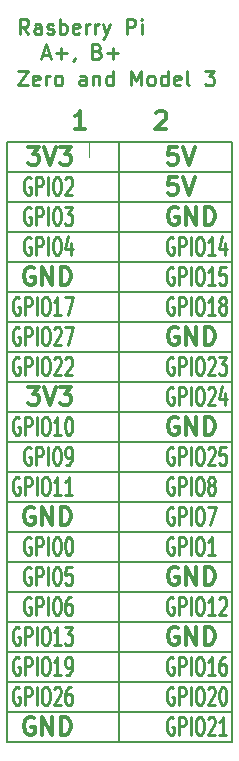
<source format=gto>
G04 #@! TF.FileFunction,Legend,Top*
%FSLAX46Y46*%
G04 Gerber Fmt 4.6, Leading zero omitted, Abs format (unit mm)*
G04 Created by KiCad (PCBNEW 4.0.6-e0-6349~53~ubuntu16.04.1) date Thu Apr  6 16:37:17 2017*
%MOMM*%
%LPD*%
G01*
G04 APERTURE LIST*
%ADD10C,0.100000*%
%ADD11C,0.250000*%
%ADD12C,0.300000*%
%ADD13C,0.200000*%
%ADD14C,0.120000*%
G04 APERTURE END LIST*
D10*
D11*
X141272667Y-98121476D02*
X142106001Y-98121476D01*
X141272667Y-99371476D01*
X142106001Y-99371476D01*
X143058382Y-99311952D02*
X142939334Y-99371476D01*
X142701239Y-99371476D01*
X142582191Y-99311952D01*
X142522667Y-99192905D01*
X142522667Y-98716714D01*
X142582191Y-98597667D01*
X142701239Y-98538143D01*
X142939334Y-98538143D01*
X143058382Y-98597667D01*
X143117905Y-98716714D01*
X143117905Y-98835762D01*
X142522667Y-98954810D01*
X143653620Y-99371476D02*
X143653620Y-98538143D01*
X143653620Y-98776238D02*
X143713144Y-98657190D01*
X143772668Y-98597667D01*
X143891715Y-98538143D01*
X144010763Y-98538143D01*
X144606001Y-99371476D02*
X144486954Y-99311952D01*
X144427430Y-99252429D01*
X144367906Y-99133381D01*
X144367906Y-98776238D01*
X144427430Y-98657190D01*
X144486954Y-98597667D01*
X144606001Y-98538143D01*
X144784573Y-98538143D01*
X144903621Y-98597667D01*
X144963144Y-98657190D01*
X145022668Y-98776238D01*
X145022668Y-99133381D01*
X144963144Y-99252429D01*
X144903621Y-99311952D01*
X144784573Y-99371476D01*
X144606001Y-99371476D01*
X147046477Y-99371476D02*
X147046477Y-98716714D01*
X146986954Y-98597667D01*
X146867906Y-98538143D01*
X146629811Y-98538143D01*
X146510763Y-98597667D01*
X147046477Y-99311952D02*
X146927430Y-99371476D01*
X146629811Y-99371476D01*
X146510763Y-99311952D01*
X146451239Y-99192905D01*
X146451239Y-99073857D01*
X146510763Y-98954810D01*
X146629811Y-98895286D01*
X146927430Y-98895286D01*
X147046477Y-98835762D01*
X147641715Y-98538143D02*
X147641715Y-99371476D01*
X147641715Y-98657190D02*
X147701239Y-98597667D01*
X147820286Y-98538143D01*
X147998858Y-98538143D01*
X148117906Y-98597667D01*
X148177429Y-98716714D01*
X148177429Y-99371476D01*
X149308381Y-99371476D02*
X149308381Y-98121476D01*
X149308381Y-99311952D02*
X149189334Y-99371476D01*
X148951238Y-99371476D01*
X148832191Y-99311952D01*
X148772667Y-99252429D01*
X148713143Y-99133381D01*
X148713143Y-98776238D01*
X148772667Y-98657190D01*
X148832191Y-98597667D01*
X148951238Y-98538143D01*
X149189334Y-98538143D01*
X149308381Y-98597667D01*
X150856000Y-99371476D02*
X150856000Y-98121476D01*
X151272667Y-99014333D01*
X151689333Y-98121476D01*
X151689333Y-99371476D01*
X152463142Y-99371476D02*
X152344095Y-99311952D01*
X152284571Y-99252429D01*
X152225047Y-99133381D01*
X152225047Y-98776238D01*
X152284571Y-98657190D01*
X152344095Y-98597667D01*
X152463142Y-98538143D01*
X152641714Y-98538143D01*
X152760762Y-98597667D01*
X152820285Y-98657190D01*
X152879809Y-98776238D01*
X152879809Y-99133381D01*
X152820285Y-99252429D01*
X152760762Y-99311952D01*
X152641714Y-99371476D01*
X152463142Y-99371476D01*
X153951237Y-99371476D02*
X153951237Y-98121476D01*
X153951237Y-99311952D02*
X153832190Y-99371476D01*
X153594094Y-99371476D01*
X153475047Y-99311952D01*
X153415523Y-99252429D01*
X153355999Y-99133381D01*
X153355999Y-98776238D01*
X153415523Y-98657190D01*
X153475047Y-98597667D01*
X153594094Y-98538143D01*
X153832190Y-98538143D01*
X153951237Y-98597667D01*
X155022666Y-99311952D02*
X154903618Y-99371476D01*
X154665523Y-99371476D01*
X154546475Y-99311952D01*
X154486951Y-99192905D01*
X154486951Y-98716714D01*
X154546475Y-98597667D01*
X154665523Y-98538143D01*
X154903618Y-98538143D01*
X155022666Y-98597667D01*
X155082189Y-98716714D01*
X155082189Y-98835762D01*
X154486951Y-98954810D01*
X155796475Y-99371476D02*
X155677428Y-99311952D01*
X155617904Y-99192905D01*
X155617904Y-98121476D01*
X157105999Y-98121476D02*
X157879809Y-98121476D01*
X157463142Y-98597667D01*
X157641714Y-98597667D01*
X157760761Y-98657190D01*
X157820285Y-98716714D01*
X157879809Y-98835762D01*
X157879809Y-99133381D01*
X157820285Y-99252429D01*
X157760761Y-99311952D01*
X157641714Y-99371476D01*
X157284571Y-99371476D01*
X157165523Y-99311952D01*
X157105999Y-99252429D01*
X142155286Y-95006976D02*
X141738619Y-94411738D01*
X141441000Y-95006976D02*
X141441000Y-93756976D01*
X141917191Y-93756976D01*
X142036238Y-93816500D01*
X142095762Y-93876024D01*
X142155286Y-93995071D01*
X142155286Y-94173643D01*
X142095762Y-94292690D01*
X142036238Y-94352214D01*
X141917191Y-94411738D01*
X141441000Y-94411738D01*
X143226714Y-95006976D02*
X143226714Y-94352214D01*
X143167191Y-94233167D01*
X143048143Y-94173643D01*
X142810048Y-94173643D01*
X142691000Y-94233167D01*
X143226714Y-94947452D02*
X143107667Y-95006976D01*
X142810048Y-95006976D01*
X142691000Y-94947452D01*
X142631476Y-94828405D01*
X142631476Y-94709357D01*
X142691000Y-94590310D01*
X142810048Y-94530786D01*
X143107667Y-94530786D01*
X143226714Y-94471262D01*
X143762428Y-94947452D02*
X143881476Y-95006976D01*
X144119571Y-95006976D01*
X144238619Y-94947452D01*
X144298143Y-94828405D01*
X144298143Y-94768881D01*
X144238619Y-94649833D01*
X144119571Y-94590310D01*
X143941000Y-94590310D01*
X143821952Y-94530786D01*
X143762428Y-94411738D01*
X143762428Y-94352214D01*
X143821952Y-94233167D01*
X143941000Y-94173643D01*
X144119571Y-94173643D01*
X144238619Y-94233167D01*
X144833857Y-95006976D02*
X144833857Y-93756976D01*
X144833857Y-94233167D02*
X144952905Y-94173643D01*
X145191000Y-94173643D01*
X145310048Y-94233167D01*
X145369571Y-94292690D01*
X145429095Y-94411738D01*
X145429095Y-94768881D01*
X145369571Y-94887929D01*
X145310048Y-94947452D01*
X145191000Y-95006976D01*
X144952905Y-95006976D01*
X144833857Y-94947452D01*
X146441000Y-94947452D02*
X146321952Y-95006976D01*
X146083857Y-95006976D01*
X145964809Y-94947452D01*
X145905285Y-94828405D01*
X145905285Y-94352214D01*
X145964809Y-94233167D01*
X146083857Y-94173643D01*
X146321952Y-94173643D01*
X146441000Y-94233167D01*
X146500523Y-94352214D01*
X146500523Y-94471262D01*
X145905285Y-94590310D01*
X147036238Y-95006976D02*
X147036238Y-94173643D01*
X147036238Y-94411738D02*
X147095762Y-94292690D01*
X147155286Y-94233167D01*
X147274333Y-94173643D01*
X147393381Y-94173643D01*
X147810048Y-95006976D02*
X147810048Y-94173643D01*
X147810048Y-94411738D02*
X147869572Y-94292690D01*
X147929096Y-94233167D01*
X148048143Y-94173643D01*
X148167191Y-94173643D01*
X148464810Y-94173643D02*
X148762429Y-95006976D01*
X149060049Y-94173643D02*
X148762429Y-95006976D01*
X148643382Y-95304595D01*
X148583858Y-95364119D01*
X148464810Y-95423643D01*
X150488620Y-95006976D02*
X150488620Y-93756976D01*
X150964811Y-93756976D01*
X151083858Y-93816500D01*
X151143382Y-93876024D01*
X151202906Y-93995071D01*
X151202906Y-94173643D01*
X151143382Y-94292690D01*
X151083858Y-94352214D01*
X150964811Y-94411738D01*
X150488620Y-94411738D01*
X151738620Y-95006976D02*
X151738620Y-94173643D01*
X151738620Y-93756976D02*
X151679096Y-93816500D01*
X151738620Y-93876024D01*
X151798144Y-93816500D01*
X151738620Y-93756976D01*
X151738620Y-93876024D01*
X143345762Y-96774833D02*
X143941000Y-96774833D01*
X143226715Y-97131976D02*
X143643381Y-95881976D01*
X144060048Y-97131976D01*
X144476715Y-96655786D02*
X145429096Y-96655786D01*
X144952906Y-97131976D02*
X144952906Y-96179595D01*
X146083858Y-97072452D02*
X146083858Y-97131976D01*
X146024334Y-97251024D01*
X145964810Y-97310548D01*
X147988620Y-96477214D02*
X148167191Y-96536738D01*
X148226715Y-96596262D01*
X148286239Y-96715310D01*
X148286239Y-96893881D01*
X148226715Y-97012929D01*
X148167191Y-97072452D01*
X148048144Y-97131976D01*
X147571953Y-97131976D01*
X147571953Y-95881976D01*
X147988620Y-95881976D01*
X148107667Y-95941500D01*
X148167191Y-96001024D01*
X148226715Y-96120071D01*
X148226715Y-96239119D01*
X148167191Y-96358167D01*
X148107667Y-96417690D01*
X147988620Y-96477214D01*
X147571953Y-96477214D01*
X148821953Y-96655786D02*
X149774334Y-96655786D01*
X149298144Y-97131976D02*
X149298144Y-96179595D01*
D12*
X152987429Y-101683429D02*
X153058858Y-101612000D01*
X153201715Y-101540571D01*
X153558858Y-101540571D01*
X153701715Y-101612000D01*
X153773144Y-101683429D01*
X153844572Y-101826286D01*
X153844572Y-101969143D01*
X153773144Y-102183429D01*
X152916001Y-103040571D01*
X153844572Y-103040571D01*
X146986572Y-103040571D02*
X146129429Y-103040571D01*
X146558001Y-103040571D02*
X146558001Y-101540571D01*
X146415144Y-101754857D01*
X146272286Y-101897714D01*
X146129429Y-101969143D01*
D13*
X140970000Y-154940000D02*
X141605000Y-154940000D01*
X140335000Y-154940000D02*
X140970000Y-154940000D01*
X140335000Y-104140000D02*
X140335000Y-154940000D01*
X159385000Y-114300000D02*
X140335000Y-114300000D01*
X140335000Y-152400000D02*
X159385000Y-152400000D01*
X140335000Y-149860000D02*
X159385000Y-149860000D01*
X140335000Y-147320000D02*
X159385000Y-147320000D01*
X140335000Y-144780000D02*
X159385000Y-144780000D01*
X140335000Y-142240000D02*
X159385000Y-142240000D01*
X140335000Y-139700000D02*
X159385000Y-139700000D01*
X159385000Y-137160000D02*
X159385000Y-137795000D01*
X140335000Y-137160000D02*
X159385000Y-137160000D01*
X159385000Y-134620000D02*
X159385000Y-135255000D01*
X140335000Y-134620000D02*
X159385000Y-134620000D01*
X140335000Y-132080000D02*
X159385000Y-132080000D01*
X140335000Y-129540000D02*
X159385000Y-129540000D01*
X140335000Y-127000000D02*
X159385000Y-127000000D01*
X140335000Y-124460000D02*
X159385000Y-124460000D01*
X140335000Y-121920000D02*
X159385000Y-121920000D01*
X140335000Y-119380000D02*
X159385000Y-119380000D01*
X140335000Y-116840000D02*
X159385000Y-116840000D01*
X140335000Y-111760000D02*
X159385000Y-111760000D01*
X140335000Y-109220000D02*
X159385000Y-109220000D01*
X159385000Y-106680000D02*
X140970000Y-106680000D01*
X140335000Y-106680000D02*
X159385000Y-106680000D01*
X159385000Y-104140000D02*
X140335000Y-104140000D01*
X159385000Y-154940000D02*
X159385000Y-104140000D01*
X149860000Y-154940000D02*
X159385000Y-154940000D01*
X140970000Y-154940000D02*
X149860000Y-154940000D01*
X149860000Y-154940000D02*
X140970000Y-154940000D01*
X149860000Y-104140000D02*
X149860000Y-154940000D01*
D11*
X154431905Y-112280000D02*
X154336667Y-112208571D01*
X154193810Y-112208571D01*
X154050952Y-112280000D01*
X153955714Y-112422857D01*
X153908095Y-112565714D01*
X153860476Y-112851429D01*
X153860476Y-113065714D01*
X153908095Y-113351429D01*
X153955714Y-113494286D01*
X154050952Y-113637143D01*
X154193810Y-113708571D01*
X154289048Y-113708571D01*
X154431905Y-113637143D01*
X154479524Y-113565714D01*
X154479524Y-113065714D01*
X154289048Y-113065714D01*
X154908095Y-113708571D02*
X154908095Y-112208571D01*
X155289048Y-112208571D01*
X155384286Y-112280000D01*
X155431905Y-112351429D01*
X155479524Y-112494286D01*
X155479524Y-112708571D01*
X155431905Y-112851429D01*
X155384286Y-112922857D01*
X155289048Y-112994286D01*
X154908095Y-112994286D01*
X155908095Y-113708571D02*
X155908095Y-112208571D01*
X156574761Y-112208571D02*
X156765238Y-112208571D01*
X156860476Y-112280000D01*
X156955714Y-112422857D01*
X157003333Y-112708571D01*
X157003333Y-113208571D01*
X156955714Y-113494286D01*
X156860476Y-113637143D01*
X156765238Y-113708571D01*
X156574761Y-113708571D01*
X156479523Y-113637143D01*
X156384285Y-113494286D01*
X156336666Y-113208571D01*
X156336666Y-112708571D01*
X156384285Y-112422857D01*
X156479523Y-112280000D01*
X156574761Y-112208571D01*
X157955714Y-113708571D02*
X157384285Y-113708571D01*
X157669999Y-113708571D02*
X157669999Y-112208571D01*
X157574761Y-112422857D01*
X157479523Y-112565714D01*
X157384285Y-112637143D01*
X158812857Y-112708571D02*
X158812857Y-113708571D01*
X158574761Y-112137143D02*
X158336666Y-113208571D01*
X158955714Y-113208571D01*
X154431905Y-114820000D02*
X154336667Y-114748571D01*
X154193810Y-114748571D01*
X154050952Y-114820000D01*
X153955714Y-114962857D01*
X153908095Y-115105714D01*
X153860476Y-115391429D01*
X153860476Y-115605714D01*
X153908095Y-115891429D01*
X153955714Y-116034286D01*
X154050952Y-116177143D01*
X154193810Y-116248571D01*
X154289048Y-116248571D01*
X154431905Y-116177143D01*
X154479524Y-116105714D01*
X154479524Y-115605714D01*
X154289048Y-115605714D01*
X154908095Y-116248571D02*
X154908095Y-114748571D01*
X155289048Y-114748571D01*
X155384286Y-114820000D01*
X155431905Y-114891429D01*
X155479524Y-115034286D01*
X155479524Y-115248571D01*
X155431905Y-115391429D01*
X155384286Y-115462857D01*
X155289048Y-115534286D01*
X154908095Y-115534286D01*
X155908095Y-116248571D02*
X155908095Y-114748571D01*
X156574761Y-114748571D02*
X156765238Y-114748571D01*
X156860476Y-114820000D01*
X156955714Y-114962857D01*
X157003333Y-115248571D01*
X157003333Y-115748571D01*
X156955714Y-116034286D01*
X156860476Y-116177143D01*
X156765238Y-116248571D01*
X156574761Y-116248571D01*
X156479523Y-116177143D01*
X156384285Y-116034286D01*
X156336666Y-115748571D01*
X156336666Y-115248571D01*
X156384285Y-114962857D01*
X156479523Y-114820000D01*
X156574761Y-114748571D01*
X157955714Y-116248571D02*
X157384285Y-116248571D01*
X157669999Y-116248571D02*
X157669999Y-114748571D01*
X157574761Y-114962857D01*
X157479523Y-115105714D01*
X157384285Y-115177143D01*
X158860476Y-114748571D02*
X158384285Y-114748571D01*
X158336666Y-115462857D01*
X158384285Y-115391429D01*
X158479523Y-115320000D01*
X158717619Y-115320000D01*
X158812857Y-115391429D01*
X158860476Y-115462857D01*
X158908095Y-115605714D01*
X158908095Y-115962857D01*
X158860476Y-116105714D01*
X158812857Y-116177143D01*
X158717619Y-116248571D01*
X158479523Y-116248571D01*
X158384285Y-116177143D01*
X158336666Y-116105714D01*
X154431905Y-117360000D02*
X154336667Y-117288571D01*
X154193810Y-117288571D01*
X154050952Y-117360000D01*
X153955714Y-117502857D01*
X153908095Y-117645714D01*
X153860476Y-117931429D01*
X153860476Y-118145714D01*
X153908095Y-118431429D01*
X153955714Y-118574286D01*
X154050952Y-118717143D01*
X154193810Y-118788571D01*
X154289048Y-118788571D01*
X154431905Y-118717143D01*
X154479524Y-118645714D01*
X154479524Y-118145714D01*
X154289048Y-118145714D01*
X154908095Y-118788571D02*
X154908095Y-117288571D01*
X155289048Y-117288571D01*
X155384286Y-117360000D01*
X155431905Y-117431429D01*
X155479524Y-117574286D01*
X155479524Y-117788571D01*
X155431905Y-117931429D01*
X155384286Y-118002857D01*
X155289048Y-118074286D01*
X154908095Y-118074286D01*
X155908095Y-118788571D02*
X155908095Y-117288571D01*
X156574761Y-117288571D02*
X156765238Y-117288571D01*
X156860476Y-117360000D01*
X156955714Y-117502857D01*
X157003333Y-117788571D01*
X157003333Y-118288571D01*
X156955714Y-118574286D01*
X156860476Y-118717143D01*
X156765238Y-118788571D01*
X156574761Y-118788571D01*
X156479523Y-118717143D01*
X156384285Y-118574286D01*
X156336666Y-118288571D01*
X156336666Y-117788571D01*
X156384285Y-117502857D01*
X156479523Y-117360000D01*
X156574761Y-117288571D01*
X157955714Y-118788571D02*
X157384285Y-118788571D01*
X157669999Y-118788571D02*
X157669999Y-117288571D01*
X157574761Y-117502857D01*
X157479523Y-117645714D01*
X157384285Y-117717143D01*
X158527142Y-117931429D02*
X158431904Y-117860000D01*
X158384285Y-117788571D01*
X158336666Y-117645714D01*
X158336666Y-117574286D01*
X158384285Y-117431429D01*
X158431904Y-117360000D01*
X158527142Y-117288571D01*
X158717619Y-117288571D01*
X158812857Y-117360000D01*
X158860476Y-117431429D01*
X158908095Y-117574286D01*
X158908095Y-117645714D01*
X158860476Y-117788571D01*
X158812857Y-117860000D01*
X158717619Y-117931429D01*
X158527142Y-117931429D01*
X158431904Y-118002857D01*
X158384285Y-118074286D01*
X158336666Y-118217143D01*
X158336666Y-118502857D01*
X158384285Y-118645714D01*
X158431904Y-118717143D01*
X158527142Y-118788571D01*
X158717619Y-118788571D01*
X158812857Y-118717143D01*
X158860476Y-118645714D01*
X158908095Y-118502857D01*
X158908095Y-118217143D01*
X158860476Y-118074286D01*
X158812857Y-118002857D01*
X158717619Y-117931429D01*
X154431905Y-122440000D02*
X154336667Y-122368571D01*
X154193810Y-122368571D01*
X154050952Y-122440000D01*
X153955714Y-122582857D01*
X153908095Y-122725714D01*
X153860476Y-123011429D01*
X153860476Y-123225714D01*
X153908095Y-123511429D01*
X153955714Y-123654286D01*
X154050952Y-123797143D01*
X154193810Y-123868571D01*
X154289048Y-123868571D01*
X154431905Y-123797143D01*
X154479524Y-123725714D01*
X154479524Y-123225714D01*
X154289048Y-123225714D01*
X154908095Y-123868571D02*
X154908095Y-122368571D01*
X155289048Y-122368571D01*
X155384286Y-122440000D01*
X155431905Y-122511429D01*
X155479524Y-122654286D01*
X155479524Y-122868571D01*
X155431905Y-123011429D01*
X155384286Y-123082857D01*
X155289048Y-123154286D01*
X154908095Y-123154286D01*
X155908095Y-123868571D02*
X155908095Y-122368571D01*
X156574761Y-122368571D02*
X156765238Y-122368571D01*
X156860476Y-122440000D01*
X156955714Y-122582857D01*
X157003333Y-122868571D01*
X157003333Y-123368571D01*
X156955714Y-123654286D01*
X156860476Y-123797143D01*
X156765238Y-123868571D01*
X156574761Y-123868571D01*
X156479523Y-123797143D01*
X156384285Y-123654286D01*
X156336666Y-123368571D01*
X156336666Y-122868571D01*
X156384285Y-122582857D01*
X156479523Y-122440000D01*
X156574761Y-122368571D01*
X157384285Y-122511429D02*
X157431904Y-122440000D01*
X157527142Y-122368571D01*
X157765238Y-122368571D01*
X157860476Y-122440000D01*
X157908095Y-122511429D01*
X157955714Y-122654286D01*
X157955714Y-122797143D01*
X157908095Y-123011429D01*
X157336666Y-123868571D01*
X157955714Y-123868571D01*
X158289047Y-122368571D02*
X158908095Y-122368571D01*
X158574761Y-122940000D01*
X158717619Y-122940000D01*
X158812857Y-123011429D01*
X158860476Y-123082857D01*
X158908095Y-123225714D01*
X158908095Y-123582857D01*
X158860476Y-123725714D01*
X158812857Y-123797143D01*
X158717619Y-123868571D01*
X158431904Y-123868571D01*
X158336666Y-123797143D01*
X158289047Y-123725714D01*
X154431905Y-124980000D02*
X154336667Y-124908571D01*
X154193810Y-124908571D01*
X154050952Y-124980000D01*
X153955714Y-125122857D01*
X153908095Y-125265714D01*
X153860476Y-125551429D01*
X153860476Y-125765714D01*
X153908095Y-126051429D01*
X153955714Y-126194286D01*
X154050952Y-126337143D01*
X154193810Y-126408571D01*
X154289048Y-126408571D01*
X154431905Y-126337143D01*
X154479524Y-126265714D01*
X154479524Y-125765714D01*
X154289048Y-125765714D01*
X154908095Y-126408571D02*
X154908095Y-124908571D01*
X155289048Y-124908571D01*
X155384286Y-124980000D01*
X155431905Y-125051429D01*
X155479524Y-125194286D01*
X155479524Y-125408571D01*
X155431905Y-125551429D01*
X155384286Y-125622857D01*
X155289048Y-125694286D01*
X154908095Y-125694286D01*
X155908095Y-126408571D02*
X155908095Y-124908571D01*
X156574761Y-124908571D02*
X156765238Y-124908571D01*
X156860476Y-124980000D01*
X156955714Y-125122857D01*
X157003333Y-125408571D01*
X157003333Y-125908571D01*
X156955714Y-126194286D01*
X156860476Y-126337143D01*
X156765238Y-126408571D01*
X156574761Y-126408571D01*
X156479523Y-126337143D01*
X156384285Y-126194286D01*
X156336666Y-125908571D01*
X156336666Y-125408571D01*
X156384285Y-125122857D01*
X156479523Y-124980000D01*
X156574761Y-124908571D01*
X157384285Y-125051429D02*
X157431904Y-124980000D01*
X157527142Y-124908571D01*
X157765238Y-124908571D01*
X157860476Y-124980000D01*
X157908095Y-125051429D01*
X157955714Y-125194286D01*
X157955714Y-125337143D01*
X157908095Y-125551429D01*
X157336666Y-126408571D01*
X157955714Y-126408571D01*
X158812857Y-125408571D02*
X158812857Y-126408571D01*
X158574761Y-124837143D02*
X158336666Y-125908571D01*
X158955714Y-125908571D01*
X154431905Y-130060000D02*
X154336667Y-129988571D01*
X154193810Y-129988571D01*
X154050952Y-130060000D01*
X153955714Y-130202857D01*
X153908095Y-130345714D01*
X153860476Y-130631429D01*
X153860476Y-130845714D01*
X153908095Y-131131429D01*
X153955714Y-131274286D01*
X154050952Y-131417143D01*
X154193810Y-131488571D01*
X154289048Y-131488571D01*
X154431905Y-131417143D01*
X154479524Y-131345714D01*
X154479524Y-130845714D01*
X154289048Y-130845714D01*
X154908095Y-131488571D02*
X154908095Y-129988571D01*
X155289048Y-129988571D01*
X155384286Y-130060000D01*
X155431905Y-130131429D01*
X155479524Y-130274286D01*
X155479524Y-130488571D01*
X155431905Y-130631429D01*
X155384286Y-130702857D01*
X155289048Y-130774286D01*
X154908095Y-130774286D01*
X155908095Y-131488571D02*
X155908095Y-129988571D01*
X156574761Y-129988571D02*
X156765238Y-129988571D01*
X156860476Y-130060000D01*
X156955714Y-130202857D01*
X157003333Y-130488571D01*
X157003333Y-130988571D01*
X156955714Y-131274286D01*
X156860476Y-131417143D01*
X156765238Y-131488571D01*
X156574761Y-131488571D01*
X156479523Y-131417143D01*
X156384285Y-131274286D01*
X156336666Y-130988571D01*
X156336666Y-130488571D01*
X156384285Y-130202857D01*
X156479523Y-130060000D01*
X156574761Y-129988571D01*
X157384285Y-130131429D02*
X157431904Y-130060000D01*
X157527142Y-129988571D01*
X157765238Y-129988571D01*
X157860476Y-130060000D01*
X157908095Y-130131429D01*
X157955714Y-130274286D01*
X157955714Y-130417143D01*
X157908095Y-130631429D01*
X157336666Y-131488571D01*
X157955714Y-131488571D01*
X158860476Y-129988571D02*
X158384285Y-129988571D01*
X158336666Y-130702857D01*
X158384285Y-130631429D01*
X158479523Y-130560000D01*
X158717619Y-130560000D01*
X158812857Y-130631429D01*
X158860476Y-130702857D01*
X158908095Y-130845714D01*
X158908095Y-131202857D01*
X158860476Y-131345714D01*
X158812857Y-131417143D01*
X158717619Y-131488571D01*
X158479523Y-131488571D01*
X158384285Y-131417143D01*
X158336666Y-131345714D01*
X154431905Y-132600000D02*
X154336667Y-132528571D01*
X154193810Y-132528571D01*
X154050952Y-132600000D01*
X153955714Y-132742857D01*
X153908095Y-132885714D01*
X153860476Y-133171429D01*
X153860476Y-133385714D01*
X153908095Y-133671429D01*
X153955714Y-133814286D01*
X154050952Y-133957143D01*
X154193810Y-134028571D01*
X154289048Y-134028571D01*
X154431905Y-133957143D01*
X154479524Y-133885714D01*
X154479524Y-133385714D01*
X154289048Y-133385714D01*
X154908095Y-134028571D02*
X154908095Y-132528571D01*
X155289048Y-132528571D01*
X155384286Y-132600000D01*
X155431905Y-132671429D01*
X155479524Y-132814286D01*
X155479524Y-133028571D01*
X155431905Y-133171429D01*
X155384286Y-133242857D01*
X155289048Y-133314286D01*
X154908095Y-133314286D01*
X155908095Y-134028571D02*
X155908095Y-132528571D01*
X156574761Y-132528571D02*
X156765238Y-132528571D01*
X156860476Y-132600000D01*
X156955714Y-132742857D01*
X157003333Y-133028571D01*
X157003333Y-133528571D01*
X156955714Y-133814286D01*
X156860476Y-133957143D01*
X156765238Y-134028571D01*
X156574761Y-134028571D01*
X156479523Y-133957143D01*
X156384285Y-133814286D01*
X156336666Y-133528571D01*
X156336666Y-133028571D01*
X156384285Y-132742857D01*
X156479523Y-132600000D01*
X156574761Y-132528571D01*
X157574761Y-133171429D02*
X157479523Y-133100000D01*
X157431904Y-133028571D01*
X157384285Y-132885714D01*
X157384285Y-132814286D01*
X157431904Y-132671429D01*
X157479523Y-132600000D01*
X157574761Y-132528571D01*
X157765238Y-132528571D01*
X157860476Y-132600000D01*
X157908095Y-132671429D01*
X157955714Y-132814286D01*
X157955714Y-132885714D01*
X157908095Y-133028571D01*
X157860476Y-133100000D01*
X157765238Y-133171429D01*
X157574761Y-133171429D01*
X157479523Y-133242857D01*
X157431904Y-133314286D01*
X157384285Y-133457143D01*
X157384285Y-133742857D01*
X157431904Y-133885714D01*
X157479523Y-133957143D01*
X157574761Y-134028571D01*
X157765238Y-134028571D01*
X157860476Y-133957143D01*
X157908095Y-133885714D01*
X157955714Y-133742857D01*
X157955714Y-133457143D01*
X157908095Y-133314286D01*
X157860476Y-133242857D01*
X157765238Y-133171429D01*
X154431905Y-135140000D02*
X154336667Y-135068571D01*
X154193810Y-135068571D01*
X154050952Y-135140000D01*
X153955714Y-135282857D01*
X153908095Y-135425714D01*
X153860476Y-135711429D01*
X153860476Y-135925714D01*
X153908095Y-136211429D01*
X153955714Y-136354286D01*
X154050952Y-136497143D01*
X154193810Y-136568571D01*
X154289048Y-136568571D01*
X154431905Y-136497143D01*
X154479524Y-136425714D01*
X154479524Y-135925714D01*
X154289048Y-135925714D01*
X154908095Y-136568571D02*
X154908095Y-135068571D01*
X155289048Y-135068571D01*
X155384286Y-135140000D01*
X155431905Y-135211429D01*
X155479524Y-135354286D01*
X155479524Y-135568571D01*
X155431905Y-135711429D01*
X155384286Y-135782857D01*
X155289048Y-135854286D01*
X154908095Y-135854286D01*
X155908095Y-136568571D02*
X155908095Y-135068571D01*
X156574761Y-135068571D02*
X156765238Y-135068571D01*
X156860476Y-135140000D01*
X156955714Y-135282857D01*
X157003333Y-135568571D01*
X157003333Y-136068571D01*
X156955714Y-136354286D01*
X156860476Y-136497143D01*
X156765238Y-136568571D01*
X156574761Y-136568571D01*
X156479523Y-136497143D01*
X156384285Y-136354286D01*
X156336666Y-136068571D01*
X156336666Y-135568571D01*
X156384285Y-135282857D01*
X156479523Y-135140000D01*
X156574761Y-135068571D01*
X157336666Y-135068571D02*
X158003333Y-135068571D01*
X157574761Y-136568571D01*
X154431905Y-137680000D02*
X154336667Y-137608571D01*
X154193810Y-137608571D01*
X154050952Y-137680000D01*
X153955714Y-137822857D01*
X153908095Y-137965714D01*
X153860476Y-138251429D01*
X153860476Y-138465714D01*
X153908095Y-138751429D01*
X153955714Y-138894286D01*
X154050952Y-139037143D01*
X154193810Y-139108571D01*
X154289048Y-139108571D01*
X154431905Y-139037143D01*
X154479524Y-138965714D01*
X154479524Y-138465714D01*
X154289048Y-138465714D01*
X154908095Y-139108571D02*
X154908095Y-137608571D01*
X155289048Y-137608571D01*
X155384286Y-137680000D01*
X155431905Y-137751429D01*
X155479524Y-137894286D01*
X155479524Y-138108571D01*
X155431905Y-138251429D01*
X155384286Y-138322857D01*
X155289048Y-138394286D01*
X154908095Y-138394286D01*
X155908095Y-139108571D02*
X155908095Y-137608571D01*
X156574761Y-137608571D02*
X156765238Y-137608571D01*
X156860476Y-137680000D01*
X156955714Y-137822857D01*
X157003333Y-138108571D01*
X157003333Y-138608571D01*
X156955714Y-138894286D01*
X156860476Y-139037143D01*
X156765238Y-139108571D01*
X156574761Y-139108571D01*
X156479523Y-139037143D01*
X156384285Y-138894286D01*
X156336666Y-138608571D01*
X156336666Y-138108571D01*
X156384285Y-137822857D01*
X156479523Y-137680000D01*
X156574761Y-137608571D01*
X157955714Y-139108571D02*
X157384285Y-139108571D01*
X157669999Y-139108571D02*
X157669999Y-137608571D01*
X157574761Y-137822857D01*
X157479523Y-137965714D01*
X157384285Y-138037143D01*
X154431905Y-142760000D02*
X154336667Y-142688571D01*
X154193810Y-142688571D01*
X154050952Y-142760000D01*
X153955714Y-142902857D01*
X153908095Y-143045714D01*
X153860476Y-143331429D01*
X153860476Y-143545714D01*
X153908095Y-143831429D01*
X153955714Y-143974286D01*
X154050952Y-144117143D01*
X154193810Y-144188571D01*
X154289048Y-144188571D01*
X154431905Y-144117143D01*
X154479524Y-144045714D01*
X154479524Y-143545714D01*
X154289048Y-143545714D01*
X154908095Y-144188571D02*
X154908095Y-142688571D01*
X155289048Y-142688571D01*
X155384286Y-142760000D01*
X155431905Y-142831429D01*
X155479524Y-142974286D01*
X155479524Y-143188571D01*
X155431905Y-143331429D01*
X155384286Y-143402857D01*
X155289048Y-143474286D01*
X154908095Y-143474286D01*
X155908095Y-144188571D02*
X155908095Y-142688571D01*
X156574761Y-142688571D02*
X156765238Y-142688571D01*
X156860476Y-142760000D01*
X156955714Y-142902857D01*
X157003333Y-143188571D01*
X157003333Y-143688571D01*
X156955714Y-143974286D01*
X156860476Y-144117143D01*
X156765238Y-144188571D01*
X156574761Y-144188571D01*
X156479523Y-144117143D01*
X156384285Y-143974286D01*
X156336666Y-143688571D01*
X156336666Y-143188571D01*
X156384285Y-142902857D01*
X156479523Y-142760000D01*
X156574761Y-142688571D01*
X157955714Y-144188571D02*
X157384285Y-144188571D01*
X157669999Y-144188571D02*
X157669999Y-142688571D01*
X157574761Y-142902857D01*
X157479523Y-143045714D01*
X157384285Y-143117143D01*
X158336666Y-142831429D02*
X158384285Y-142760000D01*
X158479523Y-142688571D01*
X158717619Y-142688571D01*
X158812857Y-142760000D01*
X158860476Y-142831429D01*
X158908095Y-142974286D01*
X158908095Y-143117143D01*
X158860476Y-143331429D01*
X158289047Y-144188571D01*
X158908095Y-144188571D01*
X154431905Y-152920000D02*
X154336667Y-152848571D01*
X154193810Y-152848571D01*
X154050952Y-152920000D01*
X153955714Y-153062857D01*
X153908095Y-153205714D01*
X153860476Y-153491429D01*
X153860476Y-153705714D01*
X153908095Y-153991429D01*
X153955714Y-154134286D01*
X154050952Y-154277143D01*
X154193810Y-154348571D01*
X154289048Y-154348571D01*
X154431905Y-154277143D01*
X154479524Y-154205714D01*
X154479524Y-153705714D01*
X154289048Y-153705714D01*
X154908095Y-154348571D02*
X154908095Y-152848571D01*
X155289048Y-152848571D01*
X155384286Y-152920000D01*
X155431905Y-152991429D01*
X155479524Y-153134286D01*
X155479524Y-153348571D01*
X155431905Y-153491429D01*
X155384286Y-153562857D01*
X155289048Y-153634286D01*
X154908095Y-153634286D01*
X155908095Y-154348571D02*
X155908095Y-152848571D01*
X156574761Y-152848571D02*
X156765238Y-152848571D01*
X156860476Y-152920000D01*
X156955714Y-153062857D01*
X157003333Y-153348571D01*
X157003333Y-153848571D01*
X156955714Y-154134286D01*
X156860476Y-154277143D01*
X156765238Y-154348571D01*
X156574761Y-154348571D01*
X156479523Y-154277143D01*
X156384285Y-154134286D01*
X156336666Y-153848571D01*
X156336666Y-153348571D01*
X156384285Y-153062857D01*
X156479523Y-152920000D01*
X156574761Y-152848571D01*
X157384285Y-152991429D02*
X157431904Y-152920000D01*
X157527142Y-152848571D01*
X157765238Y-152848571D01*
X157860476Y-152920000D01*
X157908095Y-152991429D01*
X157955714Y-153134286D01*
X157955714Y-153277143D01*
X157908095Y-153491429D01*
X157336666Y-154348571D01*
X157955714Y-154348571D01*
X158908095Y-154348571D02*
X158336666Y-154348571D01*
X158622380Y-154348571D02*
X158622380Y-152848571D01*
X158527142Y-153062857D01*
X158431904Y-153205714D01*
X158336666Y-153277143D01*
X154431905Y-150380000D02*
X154336667Y-150308571D01*
X154193810Y-150308571D01*
X154050952Y-150380000D01*
X153955714Y-150522857D01*
X153908095Y-150665714D01*
X153860476Y-150951429D01*
X153860476Y-151165714D01*
X153908095Y-151451429D01*
X153955714Y-151594286D01*
X154050952Y-151737143D01*
X154193810Y-151808571D01*
X154289048Y-151808571D01*
X154431905Y-151737143D01*
X154479524Y-151665714D01*
X154479524Y-151165714D01*
X154289048Y-151165714D01*
X154908095Y-151808571D02*
X154908095Y-150308571D01*
X155289048Y-150308571D01*
X155384286Y-150380000D01*
X155431905Y-150451429D01*
X155479524Y-150594286D01*
X155479524Y-150808571D01*
X155431905Y-150951429D01*
X155384286Y-151022857D01*
X155289048Y-151094286D01*
X154908095Y-151094286D01*
X155908095Y-151808571D02*
X155908095Y-150308571D01*
X156574761Y-150308571D02*
X156765238Y-150308571D01*
X156860476Y-150380000D01*
X156955714Y-150522857D01*
X157003333Y-150808571D01*
X157003333Y-151308571D01*
X156955714Y-151594286D01*
X156860476Y-151737143D01*
X156765238Y-151808571D01*
X156574761Y-151808571D01*
X156479523Y-151737143D01*
X156384285Y-151594286D01*
X156336666Y-151308571D01*
X156336666Y-150808571D01*
X156384285Y-150522857D01*
X156479523Y-150380000D01*
X156574761Y-150308571D01*
X157384285Y-150451429D02*
X157431904Y-150380000D01*
X157527142Y-150308571D01*
X157765238Y-150308571D01*
X157860476Y-150380000D01*
X157908095Y-150451429D01*
X157955714Y-150594286D01*
X157955714Y-150737143D01*
X157908095Y-150951429D01*
X157336666Y-151808571D01*
X157955714Y-151808571D01*
X158574761Y-150308571D02*
X158670000Y-150308571D01*
X158765238Y-150380000D01*
X158812857Y-150451429D01*
X158860476Y-150594286D01*
X158908095Y-150880000D01*
X158908095Y-151237143D01*
X158860476Y-151522857D01*
X158812857Y-151665714D01*
X158765238Y-151737143D01*
X158670000Y-151808571D01*
X158574761Y-151808571D01*
X158479523Y-151737143D01*
X158431904Y-151665714D01*
X158384285Y-151522857D01*
X158336666Y-151237143D01*
X158336666Y-150880000D01*
X158384285Y-150594286D01*
X158431904Y-150451429D01*
X158479523Y-150380000D01*
X158574761Y-150308571D01*
X154431905Y-147840000D02*
X154336667Y-147768571D01*
X154193810Y-147768571D01*
X154050952Y-147840000D01*
X153955714Y-147982857D01*
X153908095Y-148125714D01*
X153860476Y-148411429D01*
X153860476Y-148625714D01*
X153908095Y-148911429D01*
X153955714Y-149054286D01*
X154050952Y-149197143D01*
X154193810Y-149268571D01*
X154289048Y-149268571D01*
X154431905Y-149197143D01*
X154479524Y-149125714D01*
X154479524Y-148625714D01*
X154289048Y-148625714D01*
X154908095Y-149268571D02*
X154908095Y-147768571D01*
X155289048Y-147768571D01*
X155384286Y-147840000D01*
X155431905Y-147911429D01*
X155479524Y-148054286D01*
X155479524Y-148268571D01*
X155431905Y-148411429D01*
X155384286Y-148482857D01*
X155289048Y-148554286D01*
X154908095Y-148554286D01*
X155908095Y-149268571D02*
X155908095Y-147768571D01*
X156574761Y-147768571D02*
X156765238Y-147768571D01*
X156860476Y-147840000D01*
X156955714Y-147982857D01*
X157003333Y-148268571D01*
X157003333Y-148768571D01*
X156955714Y-149054286D01*
X156860476Y-149197143D01*
X156765238Y-149268571D01*
X156574761Y-149268571D01*
X156479523Y-149197143D01*
X156384285Y-149054286D01*
X156336666Y-148768571D01*
X156336666Y-148268571D01*
X156384285Y-147982857D01*
X156479523Y-147840000D01*
X156574761Y-147768571D01*
X157955714Y-149268571D02*
X157384285Y-149268571D01*
X157669999Y-149268571D02*
X157669999Y-147768571D01*
X157574761Y-147982857D01*
X157479523Y-148125714D01*
X157384285Y-148197143D01*
X158812857Y-147768571D02*
X158622380Y-147768571D01*
X158527142Y-147840000D01*
X158479523Y-147911429D01*
X158384285Y-148125714D01*
X158336666Y-148411429D01*
X158336666Y-148982857D01*
X158384285Y-149125714D01*
X158431904Y-149197143D01*
X158527142Y-149268571D01*
X158717619Y-149268571D01*
X158812857Y-149197143D01*
X158860476Y-149125714D01*
X158908095Y-148982857D01*
X158908095Y-148625714D01*
X158860476Y-148482857D01*
X158812857Y-148411429D01*
X158717619Y-148340000D01*
X158527142Y-148340000D01*
X158431904Y-148411429D01*
X158384285Y-148482857D01*
X158336666Y-148625714D01*
X141383334Y-150380000D02*
X141288096Y-150308571D01*
X141145239Y-150308571D01*
X141002381Y-150380000D01*
X140907143Y-150522857D01*
X140859524Y-150665714D01*
X140811905Y-150951429D01*
X140811905Y-151165714D01*
X140859524Y-151451429D01*
X140907143Y-151594286D01*
X141002381Y-151737143D01*
X141145239Y-151808571D01*
X141240477Y-151808571D01*
X141383334Y-151737143D01*
X141430953Y-151665714D01*
X141430953Y-151165714D01*
X141240477Y-151165714D01*
X141859524Y-151808571D02*
X141859524Y-150308571D01*
X142240477Y-150308571D01*
X142335715Y-150380000D01*
X142383334Y-150451429D01*
X142430953Y-150594286D01*
X142430953Y-150808571D01*
X142383334Y-150951429D01*
X142335715Y-151022857D01*
X142240477Y-151094286D01*
X141859524Y-151094286D01*
X142859524Y-151808571D02*
X142859524Y-150308571D01*
X143526190Y-150308571D02*
X143716667Y-150308571D01*
X143811905Y-150380000D01*
X143907143Y-150522857D01*
X143954762Y-150808571D01*
X143954762Y-151308571D01*
X143907143Y-151594286D01*
X143811905Y-151737143D01*
X143716667Y-151808571D01*
X143526190Y-151808571D01*
X143430952Y-151737143D01*
X143335714Y-151594286D01*
X143288095Y-151308571D01*
X143288095Y-150808571D01*
X143335714Y-150522857D01*
X143430952Y-150380000D01*
X143526190Y-150308571D01*
X144335714Y-150451429D02*
X144383333Y-150380000D01*
X144478571Y-150308571D01*
X144716667Y-150308571D01*
X144811905Y-150380000D01*
X144859524Y-150451429D01*
X144907143Y-150594286D01*
X144907143Y-150737143D01*
X144859524Y-150951429D01*
X144288095Y-151808571D01*
X144907143Y-151808571D01*
X145764286Y-150308571D02*
X145573809Y-150308571D01*
X145478571Y-150380000D01*
X145430952Y-150451429D01*
X145335714Y-150665714D01*
X145288095Y-150951429D01*
X145288095Y-151522857D01*
X145335714Y-151665714D01*
X145383333Y-151737143D01*
X145478571Y-151808571D01*
X145669048Y-151808571D01*
X145764286Y-151737143D01*
X145811905Y-151665714D01*
X145859524Y-151522857D01*
X145859524Y-151165714D01*
X145811905Y-151022857D01*
X145764286Y-150951429D01*
X145669048Y-150880000D01*
X145478571Y-150880000D01*
X145383333Y-150951429D01*
X145335714Y-151022857D01*
X145288095Y-151165714D01*
X141383334Y-147840000D02*
X141288096Y-147768571D01*
X141145239Y-147768571D01*
X141002381Y-147840000D01*
X140907143Y-147982857D01*
X140859524Y-148125714D01*
X140811905Y-148411429D01*
X140811905Y-148625714D01*
X140859524Y-148911429D01*
X140907143Y-149054286D01*
X141002381Y-149197143D01*
X141145239Y-149268571D01*
X141240477Y-149268571D01*
X141383334Y-149197143D01*
X141430953Y-149125714D01*
X141430953Y-148625714D01*
X141240477Y-148625714D01*
X141859524Y-149268571D02*
X141859524Y-147768571D01*
X142240477Y-147768571D01*
X142335715Y-147840000D01*
X142383334Y-147911429D01*
X142430953Y-148054286D01*
X142430953Y-148268571D01*
X142383334Y-148411429D01*
X142335715Y-148482857D01*
X142240477Y-148554286D01*
X141859524Y-148554286D01*
X142859524Y-149268571D02*
X142859524Y-147768571D01*
X143526190Y-147768571D02*
X143716667Y-147768571D01*
X143811905Y-147840000D01*
X143907143Y-147982857D01*
X143954762Y-148268571D01*
X143954762Y-148768571D01*
X143907143Y-149054286D01*
X143811905Y-149197143D01*
X143716667Y-149268571D01*
X143526190Y-149268571D01*
X143430952Y-149197143D01*
X143335714Y-149054286D01*
X143288095Y-148768571D01*
X143288095Y-148268571D01*
X143335714Y-147982857D01*
X143430952Y-147840000D01*
X143526190Y-147768571D01*
X144907143Y-149268571D02*
X144335714Y-149268571D01*
X144621428Y-149268571D02*
X144621428Y-147768571D01*
X144526190Y-147982857D01*
X144430952Y-148125714D01*
X144335714Y-148197143D01*
X145383333Y-149268571D02*
X145573809Y-149268571D01*
X145669048Y-149197143D01*
X145716667Y-149125714D01*
X145811905Y-148911429D01*
X145859524Y-148625714D01*
X145859524Y-148054286D01*
X145811905Y-147911429D01*
X145764286Y-147840000D01*
X145669048Y-147768571D01*
X145478571Y-147768571D01*
X145383333Y-147840000D01*
X145335714Y-147911429D01*
X145288095Y-148054286D01*
X145288095Y-148411429D01*
X145335714Y-148554286D01*
X145383333Y-148625714D01*
X145478571Y-148697143D01*
X145669048Y-148697143D01*
X145764286Y-148625714D01*
X145811905Y-148554286D01*
X145859524Y-148411429D01*
X141383334Y-145300000D02*
X141288096Y-145228571D01*
X141145239Y-145228571D01*
X141002381Y-145300000D01*
X140907143Y-145442857D01*
X140859524Y-145585714D01*
X140811905Y-145871429D01*
X140811905Y-146085714D01*
X140859524Y-146371429D01*
X140907143Y-146514286D01*
X141002381Y-146657143D01*
X141145239Y-146728571D01*
X141240477Y-146728571D01*
X141383334Y-146657143D01*
X141430953Y-146585714D01*
X141430953Y-146085714D01*
X141240477Y-146085714D01*
X141859524Y-146728571D02*
X141859524Y-145228571D01*
X142240477Y-145228571D01*
X142335715Y-145300000D01*
X142383334Y-145371429D01*
X142430953Y-145514286D01*
X142430953Y-145728571D01*
X142383334Y-145871429D01*
X142335715Y-145942857D01*
X142240477Y-146014286D01*
X141859524Y-146014286D01*
X142859524Y-146728571D02*
X142859524Y-145228571D01*
X143526190Y-145228571D02*
X143716667Y-145228571D01*
X143811905Y-145300000D01*
X143907143Y-145442857D01*
X143954762Y-145728571D01*
X143954762Y-146228571D01*
X143907143Y-146514286D01*
X143811905Y-146657143D01*
X143716667Y-146728571D01*
X143526190Y-146728571D01*
X143430952Y-146657143D01*
X143335714Y-146514286D01*
X143288095Y-146228571D01*
X143288095Y-145728571D01*
X143335714Y-145442857D01*
X143430952Y-145300000D01*
X143526190Y-145228571D01*
X144907143Y-146728571D02*
X144335714Y-146728571D01*
X144621428Y-146728571D02*
X144621428Y-145228571D01*
X144526190Y-145442857D01*
X144430952Y-145585714D01*
X144335714Y-145657143D01*
X145240476Y-145228571D02*
X145859524Y-145228571D01*
X145526190Y-145800000D01*
X145669048Y-145800000D01*
X145764286Y-145871429D01*
X145811905Y-145942857D01*
X145859524Y-146085714D01*
X145859524Y-146442857D01*
X145811905Y-146585714D01*
X145764286Y-146657143D01*
X145669048Y-146728571D01*
X145383333Y-146728571D01*
X145288095Y-146657143D01*
X145240476Y-146585714D01*
X142335715Y-142760000D02*
X142240477Y-142688571D01*
X142097620Y-142688571D01*
X141954762Y-142760000D01*
X141859524Y-142902857D01*
X141811905Y-143045714D01*
X141764286Y-143331429D01*
X141764286Y-143545714D01*
X141811905Y-143831429D01*
X141859524Y-143974286D01*
X141954762Y-144117143D01*
X142097620Y-144188571D01*
X142192858Y-144188571D01*
X142335715Y-144117143D01*
X142383334Y-144045714D01*
X142383334Y-143545714D01*
X142192858Y-143545714D01*
X142811905Y-144188571D02*
X142811905Y-142688571D01*
X143192858Y-142688571D01*
X143288096Y-142760000D01*
X143335715Y-142831429D01*
X143383334Y-142974286D01*
X143383334Y-143188571D01*
X143335715Y-143331429D01*
X143288096Y-143402857D01*
X143192858Y-143474286D01*
X142811905Y-143474286D01*
X143811905Y-144188571D02*
X143811905Y-142688571D01*
X144478571Y-142688571D02*
X144669048Y-142688571D01*
X144764286Y-142760000D01*
X144859524Y-142902857D01*
X144907143Y-143188571D01*
X144907143Y-143688571D01*
X144859524Y-143974286D01*
X144764286Y-144117143D01*
X144669048Y-144188571D01*
X144478571Y-144188571D01*
X144383333Y-144117143D01*
X144288095Y-143974286D01*
X144240476Y-143688571D01*
X144240476Y-143188571D01*
X144288095Y-142902857D01*
X144383333Y-142760000D01*
X144478571Y-142688571D01*
X145764286Y-142688571D02*
X145573809Y-142688571D01*
X145478571Y-142760000D01*
X145430952Y-142831429D01*
X145335714Y-143045714D01*
X145288095Y-143331429D01*
X145288095Y-143902857D01*
X145335714Y-144045714D01*
X145383333Y-144117143D01*
X145478571Y-144188571D01*
X145669048Y-144188571D01*
X145764286Y-144117143D01*
X145811905Y-144045714D01*
X145859524Y-143902857D01*
X145859524Y-143545714D01*
X145811905Y-143402857D01*
X145764286Y-143331429D01*
X145669048Y-143260000D01*
X145478571Y-143260000D01*
X145383333Y-143331429D01*
X145335714Y-143402857D01*
X145288095Y-143545714D01*
X142335715Y-140220000D02*
X142240477Y-140148571D01*
X142097620Y-140148571D01*
X141954762Y-140220000D01*
X141859524Y-140362857D01*
X141811905Y-140505714D01*
X141764286Y-140791429D01*
X141764286Y-141005714D01*
X141811905Y-141291429D01*
X141859524Y-141434286D01*
X141954762Y-141577143D01*
X142097620Y-141648571D01*
X142192858Y-141648571D01*
X142335715Y-141577143D01*
X142383334Y-141505714D01*
X142383334Y-141005714D01*
X142192858Y-141005714D01*
X142811905Y-141648571D02*
X142811905Y-140148571D01*
X143192858Y-140148571D01*
X143288096Y-140220000D01*
X143335715Y-140291429D01*
X143383334Y-140434286D01*
X143383334Y-140648571D01*
X143335715Y-140791429D01*
X143288096Y-140862857D01*
X143192858Y-140934286D01*
X142811905Y-140934286D01*
X143811905Y-141648571D02*
X143811905Y-140148571D01*
X144478571Y-140148571D02*
X144669048Y-140148571D01*
X144764286Y-140220000D01*
X144859524Y-140362857D01*
X144907143Y-140648571D01*
X144907143Y-141148571D01*
X144859524Y-141434286D01*
X144764286Y-141577143D01*
X144669048Y-141648571D01*
X144478571Y-141648571D01*
X144383333Y-141577143D01*
X144288095Y-141434286D01*
X144240476Y-141148571D01*
X144240476Y-140648571D01*
X144288095Y-140362857D01*
X144383333Y-140220000D01*
X144478571Y-140148571D01*
X145811905Y-140148571D02*
X145335714Y-140148571D01*
X145288095Y-140862857D01*
X145335714Y-140791429D01*
X145430952Y-140720000D01*
X145669048Y-140720000D01*
X145764286Y-140791429D01*
X145811905Y-140862857D01*
X145859524Y-141005714D01*
X145859524Y-141362857D01*
X145811905Y-141505714D01*
X145764286Y-141577143D01*
X145669048Y-141648571D01*
X145430952Y-141648571D01*
X145335714Y-141577143D01*
X145288095Y-141505714D01*
X142335715Y-137680000D02*
X142240477Y-137608571D01*
X142097620Y-137608571D01*
X141954762Y-137680000D01*
X141859524Y-137822857D01*
X141811905Y-137965714D01*
X141764286Y-138251429D01*
X141764286Y-138465714D01*
X141811905Y-138751429D01*
X141859524Y-138894286D01*
X141954762Y-139037143D01*
X142097620Y-139108571D01*
X142192858Y-139108571D01*
X142335715Y-139037143D01*
X142383334Y-138965714D01*
X142383334Y-138465714D01*
X142192858Y-138465714D01*
X142811905Y-139108571D02*
X142811905Y-137608571D01*
X143192858Y-137608571D01*
X143288096Y-137680000D01*
X143335715Y-137751429D01*
X143383334Y-137894286D01*
X143383334Y-138108571D01*
X143335715Y-138251429D01*
X143288096Y-138322857D01*
X143192858Y-138394286D01*
X142811905Y-138394286D01*
X143811905Y-139108571D02*
X143811905Y-137608571D01*
X144478571Y-137608571D02*
X144669048Y-137608571D01*
X144764286Y-137680000D01*
X144859524Y-137822857D01*
X144907143Y-138108571D01*
X144907143Y-138608571D01*
X144859524Y-138894286D01*
X144764286Y-139037143D01*
X144669048Y-139108571D01*
X144478571Y-139108571D01*
X144383333Y-139037143D01*
X144288095Y-138894286D01*
X144240476Y-138608571D01*
X144240476Y-138108571D01*
X144288095Y-137822857D01*
X144383333Y-137680000D01*
X144478571Y-137608571D01*
X145526190Y-137608571D02*
X145621429Y-137608571D01*
X145716667Y-137680000D01*
X145764286Y-137751429D01*
X145811905Y-137894286D01*
X145859524Y-138180000D01*
X145859524Y-138537143D01*
X145811905Y-138822857D01*
X145764286Y-138965714D01*
X145716667Y-139037143D01*
X145621429Y-139108571D01*
X145526190Y-139108571D01*
X145430952Y-139037143D01*
X145383333Y-138965714D01*
X145335714Y-138822857D01*
X145288095Y-138537143D01*
X145288095Y-138180000D01*
X145335714Y-137894286D01*
X145383333Y-137751429D01*
X145430952Y-137680000D01*
X145526190Y-137608571D01*
X141383334Y-132600000D02*
X141288096Y-132528571D01*
X141145239Y-132528571D01*
X141002381Y-132600000D01*
X140907143Y-132742857D01*
X140859524Y-132885714D01*
X140811905Y-133171429D01*
X140811905Y-133385714D01*
X140859524Y-133671429D01*
X140907143Y-133814286D01*
X141002381Y-133957143D01*
X141145239Y-134028571D01*
X141240477Y-134028571D01*
X141383334Y-133957143D01*
X141430953Y-133885714D01*
X141430953Y-133385714D01*
X141240477Y-133385714D01*
X141859524Y-134028571D02*
X141859524Y-132528571D01*
X142240477Y-132528571D01*
X142335715Y-132600000D01*
X142383334Y-132671429D01*
X142430953Y-132814286D01*
X142430953Y-133028571D01*
X142383334Y-133171429D01*
X142335715Y-133242857D01*
X142240477Y-133314286D01*
X141859524Y-133314286D01*
X142859524Y-134028571D02*
X142859524Y-132528571D01*
X143526190Y-132528571D02*
X143716667Y-132528571D01*
X143811905Y-132600000D01*
X143907143Y-132742857D01*
X143954762Y-133028571D01*
X143954762Y-133528571D01*
X143907143Y-133814286D01*
X143811905Y-133957143D01*
X143716667Y-134028571D01*
X143526190Y-134028571D01*
X143430952Y-133957143D01*
X143335714Y-133814286D01*
X143288095Y-133528571D01*
X143288095Y-133028571D01*
X143335714Y-132742857D01*
X143430952Y-132600000D01*
X143526190Y-132528571D01*
X144907143Y-134028571D02*
X144335714Y-134028571D01*
X144621428Y-134028571D02*
X144621428Y-132528571D01*
X144526190Y-132742857D01*
X144430952Y-132885714D01*
X144335714Y-132957143D01*
X145859524Y-134028571D02*
X145288095Y-134028571D01*
X145573809Y-134028571D02*
X145573809Y-132528571D01*
X145478571Y-132742857D01*
X145383333Y-132885714D01*
X145288095Y-132957143D01*
X142335715Y-130060000D02*
X142240477Y-129988571D01*
X142097620Y-129988571D01*
X141954762Y-130060000D01*
X141859524Y-130202857D01*
X141811905Y-130345714D01*
X141764286Y-130631429D01*
X141764286Y-130845714D01*
X141811905Y-131131429D01*
X141859524Y-131274286D01*
X141954762Y-131417143D01*
X142097620Y-131488571D01*
X142192858Y-131488571D01*
X142335715Y-131417143D01*
X142383334Y-131345714D01*
X142383334Y-130845714D01*
X142192858Y-130845714D01*
X142811905Y-131488571D02*
X142811905Y-129988571D01*
X143192858Y-129988571D01*
X143288096Y-130060000D01*
X143335715Y-130131429D01*
X143383334Y-130274286D01*
X143383334Y-130488571D01*
X143335715Y-130631429D01*
X143288096Y-130702857D01*
X143192858Y-130774286D01*
X142811905Y-130774286D01*
X143811905Y-131488571D02*
X143811905Y-129988571D01*
X144478571Y-129988571D02*
X144669048Y-129988571D01*
X144764286Y-130060000D01*
X144859524Y-130202857D01*
X144907143Y-130488571D01*
X144907143Y-130988571D01*
X144859524Y-131274286D01*
X144764286Y-131417143D01*
X144669048Y-131488571D01*
X144478571Y-131488571D01*
X144383333Y-131417143D01*
X144288095Y-131274286D01*
X144240476Y-130988571D01*
X144240476Y-130488571D01*
X144288095Y-130202857D01*
X144383333Y-130060000D01*
X144478571Y-129988571D01*
X145383333Y-131488571D02*
X145573809Y-131488571D01*
X145669048Y-131417143D01*
X145716667Y-131345714D01*
X145811905Y-131131429D01*
X145859524Y-130845714D01*
X145859524Y-130274286D01*
X145811905Y-130131429D01*
X145764286Y-130060000D01*
X145669048Y-129988571D01*
X145478571Y-129988571D01*
X145383333Y-130060000D01*
X145335714Y-130131429D01*
X145288095Y-130274286D01*
X145288095Y-130631429D01*
X145335714Y-130774286D01*
X145383333Y-130845714D01*
X145478571Y-130917143D01*
X145669048Y-130917143D01*
X145764286Y-130845714D01*
X145811905Y-130774286D01*
X145859524Y-130631429D01*
X141383334Y-127520000D02*
X141288096Y-127448571D01*
X141145239Y-127448571D01*
X141002381Y-127520000D01*
X140907143Y-127662857D01*
X140859524Y-127805714D01*
X140811905Y-128091429D01*
X140811905Y-128305714D01*
X140859524Y-128591429D01*
X140907143Y-128734286D01*
X141002381Y-128877143D01*
X141145239Y-128948571D01*
X141240477Y-128948571D01*
X141383334Y-128877143D01*
X141430953Y-128805714D01*
X141430953Y-128305714D01*
X141240477Y-128305714D01*
X141859524Y-128948571D02*
X141859524Y-127448571D01*
X142240477Y-127448571D01*
X142335715Y-127520000D01*
X142383334Y-127591429D01*
X142430953Y-127734286D01*
X142430953Y-127948571D01*
X142383334Y-128091429D01*
X142335715Y-128162857D01*
X142240477Y-128234286D01*
X141859524Y-128234286D01*
X142859524Y-128948571D02*
X142859524Y-127448571D01*
X143526190Y-127448571D02*
X143716667Y-127448571D01*
X143811905Y-127520000D01*
X143907143Y-127662857D01*
X143954762Y-127948571D01*
X143954762Y-128448571D01*
X143907143Y-128734286D01*
X143811905Y-128877143D01*
X143716667Y-128948571D01*
X143526190Y-128948571D01*
X143430952Y-128877143D01*
X143335714Y-128734286D01*
X143288095Y-128448571D01*
X143288095Y-127948571D01*
X143335714Y-127662857D01*
X143430952Y-127520000D01*
X143526190Y-127448571D01*
X144907143Y-128948571D02*
X144335714Y-128948571D01*
X144621428Y-128948571D02*
X144621428Y-127448571D01*
X144526190Y-127662857D01*
X144430952Y-127805714D01*
X144335714Y-127877143D01*
X145526190Y-127448571D02*
X145621429Y-127448571D01*
X145716667Y-127520000D01*
X145764286Y-127591429D01*
X145811905Y-127734286D01*
X145859524Y-128020000D01*
X145859524Y-128377143D01*
X145811905Y-128662857D01*
X145764286Y-128805714D01*
X145716667Y-128877143D01*
X145621429Y-128948571D01*
X145526190Y-128948571D01*
X145430952Y-128877143D01*
X145383333Y-128805714D01*
X145335714Y-128662857D01*
X145288095Y-128377143D01*
X145288095Y-128020000D01*
X145335714Y-127734286D01*
X145383333Y-127591429D01*
X145430952Y-127520000D01*
X145526190Y-127448571D01*
X141383334Y-122440000D02*
X141288096Y-122368571D01*
X141145239Y-122368571D01*
X141002381Y-122440000D01*
X140907143Y-122582857D01*
X140859524Y-122725714D01*
X140811905Y-123011429D01*
X140811905Y-123225714D01*
X140859524Y-123511429D01*
X140907143Y-123654286D01*
X141002381Y-123797143D01*
X141145239Y-123868571D01*
X141240477Y-123868571D01*
X141383334Y-123797143D01*
X141430953Y-123725714D01*
X141430953Y-123225714D01*
X141240477Y-123225714D01*
X141859524Y-123868571D02*
X141859524Y-122368571D01*
X142240477Y-122368571D01*
X142335715Y-122440000D01*
X142383334Y-122511429D01*
X142430953Y-122654286D01*
X142430953Y-122868571D01*
X142383334Y-123011429D01*
X142335715Y-123082857D01*
X142240477Y-123154286D01*
X141859524Y-123154286D01*
X142859524Y-123868571D02*
X142859524Y-122368571D01*
X143526190Y-122368571D02*
X143716667Y-122368571D01*
X143811905Y-122440000D01*
X143907143Y-122582857D01*
X143954762Y-122868571D01*
X143954762Y-123368571D01*
X143907143Y-123654286D01*
X143811905Y-123797143D01*
X143716667Y-123868571D01*
X143526190Y-123868571D01*
X143430952Y-123797143D01*
X143335714Y-123654286D01*
X143288095Y-123368571D01*
X143288095Y-122868571D01*
X143335714Y-122582857D01*
X143430952Y-122440000D01*
X143526190Y-122368571D01*
X144335714Y-122511429D02*
X144383333Y-122440000D01*
X144478571Y-122368571D01*
X144716667Y-122368571D01*
X144811905Y-122440000D01*
X144859524Y-122511429D01*
X144907143Y-122654286D01*
X144907143Y-122797143D01*
X144859524Y-123011429D01*
X144288095Y-123868571D01*
X144907143Y-123868571D01*
X145288095Y-122511429D02*
X145335714Y-122440000D01*
X145430952Y-122368571D01*
X145669048Y-122368571D01*
X145764286Y-122440000D01*
X145811905Y-122511429D01*
X145859524Y-122654286D01*
X145859524Y-122797143D01*
X145811905Y-123011429D01*
X145240476Y-123868571D01*
X145859524Y-123868571D01*
X141383334Y-119900000D02*
X141288096Y-119828571D01*
X141145239Y-119828571D01*
X141002381Y-119900000D01*
X140907143Y-120042857D01*
X140859524Y-120185714D01*
X140811905Y-120471429D01*
X140811905Y-120685714D01*
X140859524Y-120971429D01*
X140907143Y-121114286D01*
X141002381Y-121257143D01*
X141145239Y-121328571D01*
X141240477Y-121328571D01*
X141383334Y-121257143D01*
X141430953Y-121185714D01*
X141430953Y-120685714D01*
X141240477Y-120685714D01*
X141859524Y-121328571D02*
X141859524Y-119828571D01*
X142240477Y-119828571D01*
X142335715Y-119900000D01*
X142383334Y-119971429D01*
X142430953Y-120114286D01*
X142430953Y-120328571D01*
X142383334Y-120471429D01*
X142335715Y-120542857D01*
X142240477Y-120614286D01*
X141859524Y-120614286D01*
X142859524Y-121328571D02*
X142859524Y-119828571D01*
X143526190Y-119828571D02*
X143716667Y-119828571D01*
X143811905Y-119900000D01*
X143907143Y-120042857D01*
X143954762Y-120328571D01*
X143954762Y-120828571D01*
X143907143Y-121114286D01*
X143811905Y-121257143D01*
X143716667Y-121328571D01*
X143526190Y-121328571D01*
X143430952Y-121257143D01*
X143335714Y-121114286D01*
X143288095Y-120828571D01*
X143288095Y-120328571D01*
X143335714Y-120042857D01*
X143430952Y-119900000D01*
X143526190Y-119828571D01*
X144335714Y-119971429D02*
X144383333Y-119900000D01*
X144478571Y-119828571D01*
X144716667Y-119828571D01*
X144811905Y-119900000D01*
X144859524Y-119971429D01*
X144907143Y-120114286D01*
X144907143Y-120257143D01*
X144859524Y-120471429D01*
X144288095Y-121328571D01*
X144907143Y-121328571D01*
X145240476Y-119828571D02*
X145907143Y-119828571D01*
X145478571Y-121328571D01*
X141383334Y-117360000D02*
X141288096Y-117288571D01*
X141145239Y-117288571D01*
X141002381Y-117360000D01*
X140907143Y-117502857D01*
X140859524Y-117645714D01*
X140811905Y-117931429D01*
X140811905Y-118145714D01*
X140859524Y-118431429D01*
X140907143Y-118574286D01*
X141002381Y-118717143D01*
X141145239Y-118788571D01*
X141240477Y-118788571D01*
X141383334Y-118717143D01*
X141430953Y-118645714D01*
X141430953Y-118145714D01*
X141240477Y-118145714D01*
X141859524Y-118788571D02*
X141859524Y-117288571D01*
X142240477Y-117288571D01*
X142335715Y-117360000D01*
X142383334Y-117431429D01*
X142430953Y-117574286D01*
X142430953Y-117788571D01*
X142383334Y-117931429D01*
X142335715Y-118002857D01*
X142240477Y-118074286D01*
X141859524Y-118074286D01*
X142859524Y-118788571D02*
X142859524Y-117288571D01*
X143526190Y-117288571D02*
X143716667Y-117288571D01*
X143811905Y-117360000D01*
X143907143Y-117502857D01*
X143954762Y-117788571D01*
X143954762Y-118288571D01*
X143907143Y-118574286D01*
X143811905Y-118717143D01*
X143716667Y-118788571D01*
X143526190Y-118788571D01*
X143430952Y-118717143D01*
X143335714Y-118574286D01*
X143288095Y-118288571D01*
X143288095Y-117788571D01*
X143335714Y-117502857D01*
X143430952Y-117360000D01*
X143526190Y-117288571D01*
X144907143Y-118788571D02*
X144335714Y-118788571D01*
X144621428Y-118788571D02*
X144621428Y-117288571D01*
X144526190Y-117502857D01*
X144430952Y-117645714D01*
X144335714Y-117717143D01*
X145240476Y-117288571D02*
X145907143Y-117288571D01*
X145478571Y-118788571D01*
X142335715Y-112280000D02*
X142240477Y-112208571D01*
X142097620Y-112208571D01*
X141954762Y-112280000D01*
X141859524Y-112422857D01*
X141811905Y-112565714D01*
X141764286Y-112851429D01*
X141764286Y-113065714D01*
X141811905Y-113351429D01*
X141859524Y-113494286D01*
X141954762Y-113637143D01*
X142097620Y-113708571D01*
X142192858Y-113708571D01*
X142335715Y-113637143D01*
X142383334Y-113565714D01*
X142383334Y-113065714D01*
X142192858Y-113065714D01*
X142811905Y-113708571D02*
X142811905Y-112208571D01*
X143192858Y-112208571D01*
X143288096Y-112280000D01*
X143335715Y-112351429D01*
X143383334Y-112494286D01*
X143383334Y-112708571D01*
X143335715Y-112851429D01*
X143288096Y-112922857D01*
X143192858Y-112994286D01*
X142811905Y-112994286D01*
X143811905Y-113708571D02*
X143811905Y-112208571D01*
X144478571Y-112208571D02*
X144669048Y-112208571D01*
X144764286Y-112280000D01*
X144859524Y-112422857D01*
X144907143Y-112708571D01*
X144907143Y-113208571D01*
X144859524Y-113494286D01*
X144764286Y-113637143D01*
X144669048Y-113708571D01*
X144478571Y-113708571D01*
X144383333Y-113637143D01*
X144288095Y-113494286D01*
X144240476Y-113208571D01*
X144240476Y-112708571D01*
X144288095Y-112422857D01*
X144383333Y-112280000D01*
X144478571Y-112208571D01*
X145764286Y-112708571D02*
X145764286Y-113708571D01*
X145526190Y-112137143D02*
X145288095Y-113208571D01*
X145907143Y-113208571D01*
X142335715Y-109740000D02*
X142240477Y-109668571D01*
X142097620Y-109668571D01*
X141954762Y-109740000D01*
X141859524Y-109882857D01*
X141811905Y-110025714D01*
X141764286Y-110311429D01*
X141764286Y-110525714D01*
X141811905Y-110811429D01*
X141859524Y-110954286D01*
X141954762Y-111097143D01*
X142097620Y-111168571D01*
X142192858Y-111168571D01*
X142335715Y-111097143D01*
X142383334Y-111025714D01*
X142383334Y-110525714D01*
X142192858Y-110525714D01*
X142811905Y-111168571D02*
X142811905Y-109668571D01*
X143192858Y-109668571D01*
X143288096Y-109740000D01*
X143335715Y-109811429D01*
X143383334Y-109954286D01*
X143383334Y-110168571D01*
X143335715Y-110311429D01*
X143288096Y-110382857D01*
X143192858Y-110454286D01*
X142811905Y-110454286D01*
X143811905Y-111168571D02*
X143811905Y-109668571D01*
X144478571Y-109668571D02*
X144669048Y-109668571D01*
X144764286Y-109740000D01*
X144859524Y-109882857D01*
X144907143Y-110168571D01*
X144907143Y-110668571D01*
X144859524Y-110954286D01*
X144764286Y-111097143D01*
X144669048Y-111168571D01*
X144478571Y-111168571D01*
X144383333Y-111097143D01*
X144288095Y-110954286D01*
X144240476Y-110668571D01*
X144240476Y-110168571D01*
X144288095Y-109882857D01*
X144383333Y-109740000D01*
X144478571Y-109668571D01*
X145240476Y-109668571D02*
X145859524Y-109668571D01*
X145526190Y-110240000D01*
X145669048Y-110240000D01*
X145764286Y-110311429D01*
X145811905Y-110382857D01*
X145859524Y-110525714D01*
X145859524Y-110882857D01*
X145811905Y-111025714D01*
X145764286Y-111097143D01*
X145669048Y-111168571D01*
X145383333Y-111168571D01*
X145288095Y-111097143D01*
X145240476Y-111025714D01*
X142335715Y-107200000D02*
X142240477Y-107128571D01*
X142097620Y-107128571D01*
X141954762Y-107200000D01*
X141859524Y-107342857D01*
X141811905Y-107485714D01*
X141764286Y-107771429D01*
X141764286Y-107985714D01*
X141811905Y-108271429D01*
X141859524Y-108414286D01*
X141954762Y-108557143D01*
X142097620Y-108628571D01*
X142192858Y-108628571D01*
X142335715Y-108557143D01*
X142383334Y-108485714D01*
X142383334Y-107985714D01*
X142192858Y-107985714D01*
X142811905Y-108628571D02*
X142811905Y-107128571D01*
X143192858Y-107128571D01*
X143288096Y-107200000D01*
X143335715Y-107271429D01*
X143383334Y-107414286D01*
X143383334Y-107628571D01*
X143335715Y-107771429D01*
X143288096Y-107842857D01*
X143192858Y-107914286D01*
X142811905Y-107914286D01*
X143811905Y-108628571D02*
X143811905Y-107128571D01*
X144478571Y-107128571D02*
X144669048Y-107128571D01*
X144764286Y-107200000D01*
X144859524Y-107342857D01*
X144907143Y-107628571D01*
X144907143Y-108128571D01*
X144859524Y-108414286D01*
X144764286Y-108557143D01*
X144669048Y-108628571D01*
X144478571Y-108628571D01*
X144383333Y-108557143D01*
X144288095Y-108414286D01*
X144240476Y-108128571D01*
X144240476Y-107628571D01*
X144288095Y-107342857D01*
X144383333Y-107200000D01*
X144478571Y-107128571D01*
X145288095Y-107271429D02*
X145335714Y-107200000D01*
X145430952Y-107128571D01*
X145669048Y-107128571D01*
X145764286Y-107200000D01*
X145811905Y-107271429D01*
X145859524Y-107414286D01*
X145859524Y-107557143D01*
X145811905Y-107771429D01*
X145240476Y-108628571D01*
X145859524Y-108628571D01*
D12*
X142621428Y-114820000D02*
X142478571Y-114748571D01*
X142264285Y-114748571D01*
X142050000Y-114820000D01*
X141907142Y-114962857D01*
X141835714Y-115105714D01*
X141764285Y-115391429D01*
X141764285Y-115605714D01*
X141835714Y-115891429D01*
X141907142Y-116034286D01*
X142050000Y-116177143D01*
X142264285Y-116248571D01*
X142407142Y-116248571D01*
X142621428Y-116177143D01*
X142692857Y-116105714D01*
X142692857Y-115605714D01*
X142407142Y-115605714D01*
X143335714Y-116248571D02*
X143335714Y-114748571D01*
X144192857Y-116248571D01*
X144192857Y-114748571D01*
X144907143Y-116248571D02*
X144907143Y-114748571D01*
X145264286Y-114748571D01*
X145478571Y-114820000D01*
X145621429Y-114962857D01*
X145692857Y-115105714D01*
X145764286Y-115391429D01*
X145764286Y-115605714D01*
X145692857Y-115891429D01*
X145621429Y-116034286D01*
X145478571Y-116177143D01*
X145264286Y-116248571D01*
X144907143Y-116248571D01*
X142621428Y-135140000D02*
X142478571Y-135068571D01*
X142264285Y-135068571D01*
X142050000Y-135140000D01*
X141907142Y-135282857D01*
X141835714Y-135425714D01*
X141764285Y-135711429D01*
X141764285Y-135925714D01*
X141835714Y-136211429D01*
X141907142Y-136354286D01*
X142050000Y-136497143D01*
X142264285Y-136568571D01*
X142407142Y-136568571D01*
X142621428Y-136497143D01*
X142692857Y-136425714D01*
X142692857Y-135925714D01*
X142407142Y-135925714D01*
X143335714Y-136568571D02*
X143335714Y-135068571D01*
X144192857Y-136568571D01*
X144192857Y-135068571D01*
X144907143Y-136568571D02*
X144907143Y-135068571D01*
X145264286Y-135068571D01*
X145478571Y-135140000D01*
X145621429Y-135282857D01*
X145692857Y-135425714D01*
X145764286Y-135711429D01*
X145764286Y-135925714D01*
X145692857Y-136211429D01*
X145621429Y-136354286D01*
X145478571Y-136497143D01*
X145264286Y-136568571D01*
X144907143Y-136568571D01*
X142621428Y-152920000D02*
X142478571Y-152848571D01*
X142264285Y-152848571D01*
X142050000Y-152920000D01*
X141907142Y-153062857D01*
X141835714Y-153205714D01*
X141764285Y-153491429D01*
X141764285Y-153705714D01*
X141835714Y-153991429D01*
X141907142Y-154134286D01*
X142050000Y-154277143D01*
X142264285Y-154348571D01*
X142407142Y-154348571D01*
X142621428Y-154277143D01*
X142692857Y-154205714D01*
X142692857Y-153705714D01*
X142407142Y-153705714D01*
X143335714Y-154348571D02*
X143335714Y-152848571D01*
X144192857Y-154348571D01*
X144192857Y-152848571D01*
X144907143Y-154348571D02*
X144907143Y-152848571D01*
X145264286Y-152848571D01*
X145478571Y-152920000D01*
X145621429Y-153062857D01*
X145692857Y-153205714D01*
X145764286Y-153491429D01*
X145764286Y-153705714D01*
X145692857Y-153991429D01*
X145621429Y-154134286D01*
X145478571Y-154277143D01*
X145264286Y-154348571D01*
X144907143Y-154348571D01*
X154812857Y-140220000D02*
X154670000Y-140148571D01*
X154455714Y-140148571D01*
X154241429Y-140220000D01*
X154098571Y-140362857D01*
X154027143Y-140505714D01*
X153955714Y-140791429D01*
X153955714Y-141005714D01*
X154027143Y-141291429D01*
X154098571Y-141434286D01*
X154241429Y-141577143D01*
X154455714Y-141648571D01*
X154598571Y-141648571D01*
X154812857Y-141577143D01*
X154884286Y-141505714D01*
X154884286Y-141005714D01*
X154598571Y-141005714D01*
X155527143Y-141648571D02*
X155527143Y-140148571D01*
X156384286Y-141648571D01*
X156384286Y-140148571D01*
X157098572Y-141648571D02*
X157098572Y-140148571D01*
X157455715Y-140148571D01*
X157670000Y-140220000D01*
X157812858Y-140362857D01*
X157884286Y-140505714D01*
X157955715Y-140791429D01*
X157955715Y-141005714D01*
X157884286Y-141291429D01*
X157812858Y-141434286D01*
X157670000Y-141577143D01*
X157455715Y-141648571D01*
X157098572Y-141648571D01*
X154812857Y-145300000D02*
X154670000Y-145228571D01*
X154455714Y-145228571D01*
X154241429Y-145300000D01*
X154098571Y-145442857D01*
X154027143Y-145585714D01*
X153955714Y-145871429D01*
X153955714Y-146085714D01*
X154027143Y-146371429D01*
X154098571Y-146514286D01*
X154241429Y-146657143D01*
X154455714Y-146728571D01*
X154598571Y-146728571D01*
X154812857Y-146657143D01*
X154884286Y-146585714D01*
X154884286Y-146085714D01*
X154598571Y-146085714D01*
X155527143Y-146728571D02*
X155527143Y-145228571D01*
X156384286Y-146728571D01*
X156384286Y-145228571D01*
X157098572Y-146728571D02*
X157098572Y-145228571D01*
X157455715Y-145228571D01*
X157670000Y-145300000D01*
X157812858Y-145442857D01*
X157884286Y-145585714D01*
X157955715Y-145871429D01*
X157955715Y-146085714D01*
X157884286Y-146371429D01*
X157812858Y-146514286D01*
X157670000Y-146657143D01*
X157455715Y-146728571D01*
X157098572Y-146728571D01*
X154812857Y-127520000D02*
X154670000Y-127448571D01*
X154455714Y-127448571D01*
X154241429Y-127520000D01*
X154098571Y-127662857D01*
X154027143Y-127805714D01*
X153955714Y-128091429D01*
X153955714Y-128305714D01*
X154027143Y-128591429D01*
X154098571Y-128734286D01*
X154241429Y-128877143D01*
X154455714Y-128948571D01*
X154598571Y-128948571D01*
X154812857Y-128877143D01*
X154884286Y-128805714D01*
X154884286Y-128305714D01*
X154598571Y-128305714D01*
X155527143Y-128948571D02*
X155527143Y-127448571D01*
X156384286Y-128948571D01*
X156384286Y-127448571D01*
X157098572Y-128948571D02*
X157098572Y-127448571D01*
X157455715Y-127448571D01*
X157670000Y-127520000D01*
X157812858Y-127662857D01*
X157884286Y-127805714D01*
X157955715Y-128091429D01*
X157955715Y-128305714D01*
X157884286Y-128591429D01*
X157812858Y-128734286D01*
X157670000Y-128877143D01*
X157455715Y-128948571D01*
X157098572Y-128948571D01*
X154812857Y-119900000D02*
X154670000Y-119828571D01*
X154455714Y-119828571D01*
X154241429Y-119900000D01*
X154098571Y-120042857D01*
X154027143Y-120185714D01*
X153955714Y-120471429D01*
X153955714Y-120685714D01*
X154027143Y-120971429D01*
X154098571Y-121114286D01*
X154241429Y-121257143D01*
X154455714Y-121328571D01*
X154598571Y-121328571D01*
X154812857Y-121257143D01*
X154884286Y-121185714D01*
X154884286Y-120685714D01*
X154598571Y-120685714D01*
X155527143Y-121328571D02*
X155527143Y-119828571D01*
X156384286Y-121328571D01*
X156384286Y-119828571D01*
X157098572Y-121328571D02*
X157098572Y-119828571D01*
X157455715Y-119828571D01*
X157670000Y-119900000D01*
X157812858Y-120042857D01*
X157884286Y-120185714D01*
X157955715Y-120471429D01*
X157955715Y-120685714D01*
X157884286Y-120971429D01*
X157812858Y-121114286D01*
X157670000Y-121257143D01*
X157455715Y-121328571D01*
X157098572Y-121328571D01*
X154812857Y-109740000D02*
X154670000Y-109668571D01*
X154455714Y-109668571D01*
X154241429Y-109740000D01*
X154098571Y-109882857D01*
X154027143Y-110025714D01*
X153955714Y-110311429D01*
X153955714Y-110525714D01*
X154027143Y-110811429D01*
X154098571Y-110954286D01*
X154241429Y-111097143D01*
X154455714Y-111168571D01*
X154598571Y-111168571D01*
X154812857Y-111097143D01*
X154884286Y-111025714D01*
X154884286Y-110525714D01*
X154598571Y-110525714D01*
X155527143Y-111168571D02*
X155527143Y-109668571D01*
X156384286Y-111168571D01*
X156384286Y-109668571D01*
X157098572Y-111168571D02*
X157098572Y-109668571D01*
X157455715Y-109668571D01*
X157670000Y-109740000D01*
X157812858Y-109882857D01*
X157884286Y-110025714D01*
X157955715Y-110311429D01*
X157955715Y-110525714D01*
X157884286Y-110811429D01*
X157812858Y-110954286D01*
X157670000Y-111097143D01*
X157455715Y-111168571D01*
X157098572Y-111168571D01*
X142121430Y-124908571D02*
X143050001Y-124908571D01*
X142550001Y-125480000D01*
X142764287Y-125480000D01*
X142907144Y-125551429D01*
X142978573Y-125622857D01*
X143050001Y-125765714D01*
X143050001Y-126122857D01*
X142978573Y-126265714D01*
X142907144Y-126337143D01*
X142764287Y-126408571D01*
X142335715Y-126408571D01*
X142192858Y-126337143D01*
X142121430Y-126265714D01*
X143478572Y-124908571D02*
X143978572Y-126408571D01*
X144478572Y-124908571D01*
X144835715Y-124908571D02*
X145764286Y-124908571D01*
X145264286Y-125480000D01*
X145478572Y-125480000D01*
X145621429Y-125551429D01*
X145692858Y-125622857D01*
X145764286Y-125765714D01*
X145764286Y-126122857D01*
X145692858Y-126265714D01*
X145621429Y-126337143D01*
X145478572Y-126408571D01*
X145050000Y-126408571D01*
X144907143Y-126337143D01*
X144835715Y-126265714D01*
X142121430Y-104588571D02*
X143050001Y-104588571D01*
X142550001Y-105160000D01*
X142764287Y-105160000D01*
X142907144Y-105231429D01*
X142978573Y-105302857D01*
X143050001Y-105445714D01*
X143050001Y-105802857D01*
X142978573Y-105945714D01*
X142907144Y-106017143D01*
X142764287Y-106088571D01*
X142335715Y-106088571D01*
X142192858Y-106017143D01*
X142121430Y-105945714D01*
X143478572Y-104588571D02*
X143978572Y-106088571D01*
X144478572Y-104588571D01*
X144835715Y-104588571D02*
X145764286Y-104588571D01*
X145264286Y-105160000D01*
X145478572Y-105160000D01*
X145621429Y-105231429D01*
X145692858Y-105302857D01*
X145764286Y-105445714D01*
X145764286Y-105802857D01*
X145692858Y-105945714D01*
X145621429Y-106017143D01*
X145478572Y-106088571D01*
X145050000Y-106088571D01*
X144907143Y-106017143D01*
X144835715Y-105945714D01*
X154741429Y-107128571D02*
X154027143Y-107128571D01*
X153955714Y-107842857D01*
X154027143Y-107771429D01*
X154170000Y-107700000D01*
X154527143Y-107700000D01*
X154670000Y-107771429D01*
X154741429Y-107842857D01*
X154812857Y-107985714D01*
X154812857Y-108342857D01*
X154741429Y-108485714D01*
X154670000Y-108557143D01*
X154527143Y-108628571D01*
X154170000Y-108628571D01*
X154027143Y-108557143D01*
X153955714Y-108485714D01*
X155241428Y-107128571D02*
X155741428Y-108628571D01*
X156241428Y-107128571D01*
X154741429Y-104588571D02*
X154027143Y-104588571D01*
X153955714Y-105302857D01*
X154027143Y-105231429D01*
X154170000Y-105160000D01*
X154527143Y-105160000D01*
X154670000Y-105231429D01*
X154741429Y-105302857D01*
X154812857Y-105445714D01*
X154812857Y-105802857D01*
X154741429Y-105945714D01*
X154670000Y-106017143D01*
X154527143Y-106088571D01*
X154170000Y-106088571D01*
X154027143Y-106017143D01*
X153955714Y-105945714D01*
X155241428Y-104588571D02*
X155741428Y-106088571D01*
X156241428Y-104588571D01*
D14*
X149860000Y-104080000D02*
X149860000Y-106680000D01*
X149860000Y-106680000D02*
X147260000Y-106680000D01*
X147260000Y-105410000D02*
X147260000Y-104080000D01*
X147260000Y-104080000D02*
X148590000Y-104080000D01*
M02*

</source>
